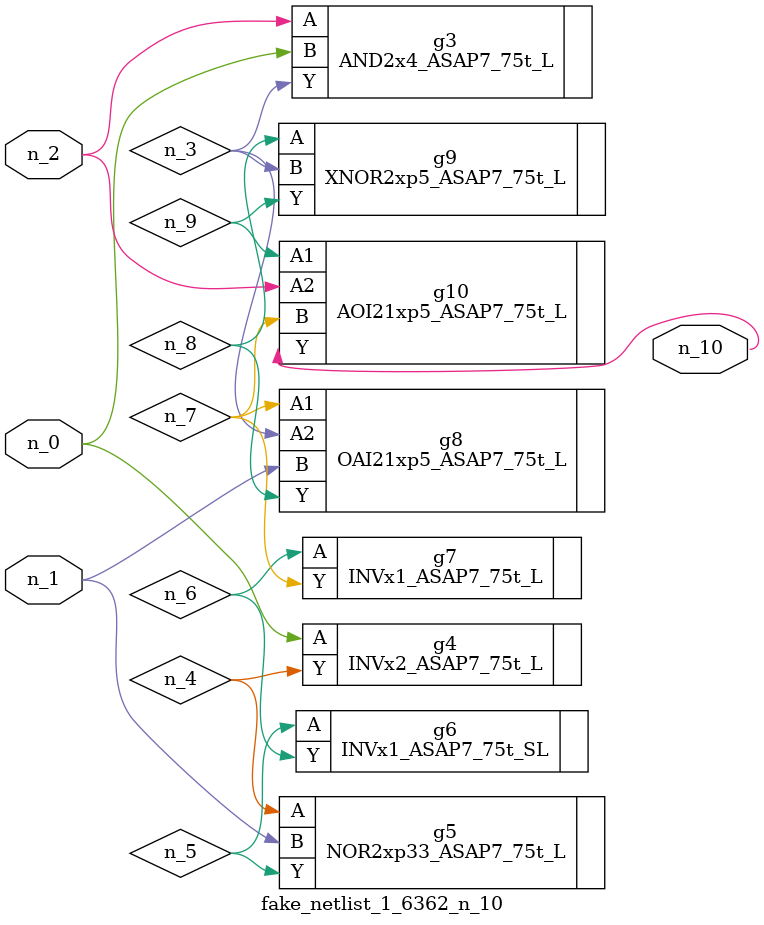
<source format=v>
module fake_netlist_1_6362_n_10 (n_1, n_2, n_0, n_10);
input n_1;
input n_2;
input n_0;
output n_10;
wire n_6;
wire n_4;
wire n_3;
wire n_9;
wire n_5;
wire n_7;
wire n_8;
AND2x4_ASAP7_75t_L g3 ( .A(n_2), .B(n_0), .Y(n_3) );
INVx2_ASAP7_75t_L g4 ( .A(n_0), .Y(n_4) );
NOR2xp33_ASAP7_75t_L g5 ( .A(n_4), .B(n_1), .Y(n_5) );
INVx1_ASAP7_75t_SL g6 ( .A(n_5), .Y(n_6) );
INVx1_ASAP7_75t_L g7 ( .A(n_6), .Y(n_7) );
OAI21xp5_ASAP7_75t_L g8 ( .A1(n_7), .A2(n_3), .B(n_1), .Y(n_8) );
XNOR2xp5_ASAP7_75t_L g9 ( .A(n_8), .B(n_3), .Y(n_9) );
AOI21xp5_ASAP7_75t_L g10 ( .A1(n_9), .A2(n_2), .B(n_7), .Y(n_10) );
endmodule
</source>
